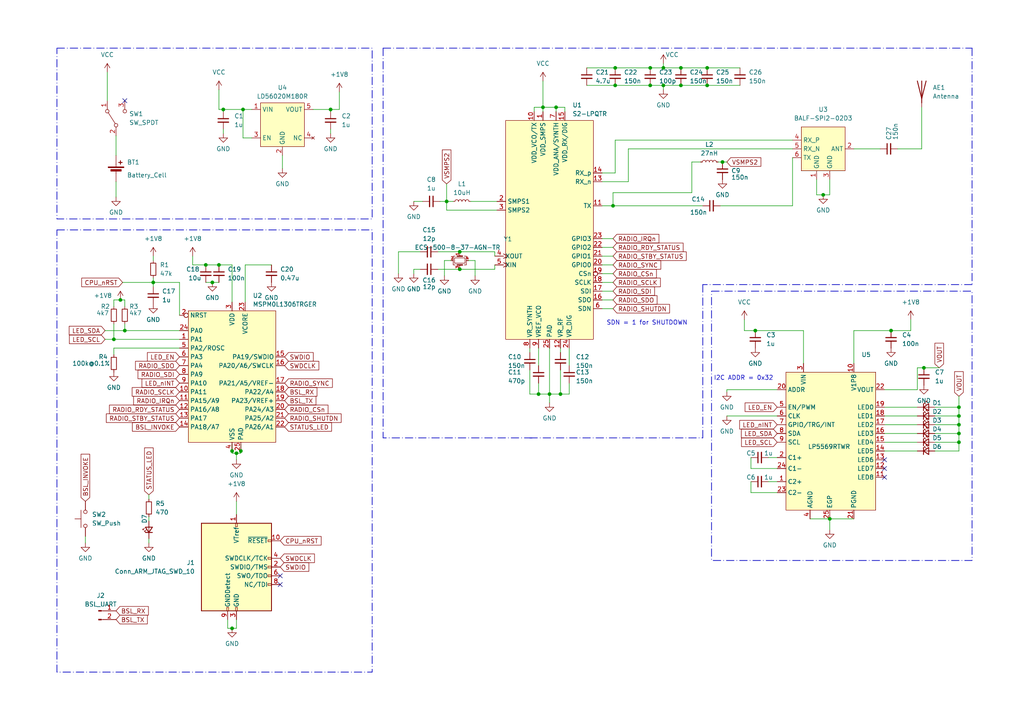
<source format=kicad_sch>
(kicad_sch (version 20230121) (generator eeschema)
  (paper "A4")
  (title_block (title "Radio Snowflake") (date "2023-11-18") (rev "V1.0") (company "Electrdonkey") (comment 1 "Solderpad Hardware License"))
  (junction (at 209.55 46.99))
  (junction (at 67.31 130.81))
  (junction (at 205.105 24.765))
  (junction (at 205.105 19.685))
  (junction (at 188.595 19.685))
  (junction (at 161.29 31.115))
  (junction (at 156.21 114.3))
  (junction (at 70.485 31.75))
  (junction (at 133.35 78.105))
  (junction (at 67.31 182.245))
  (junction (at 238.76 56.515))
  (junction (at 36.195 95.885))
  (junction (at 192.405 24.765))
  (junction (at 278.13 123.19))
  (junction (at 197.485 19.685))
  (junction (at 59.69 76.835))
  (junction (at 219.075 95.885))
  (junction (at 278.13 125.73))
  (junction (at 278.13 118.11))
  (junction (at 177.8 59.69))
  (junction (at 188.595 24.765))
  (junction (at 197.485 24.765))
  (junction (at 267.97 106.68))
  (junction (at 34.925 86.995))
  (junction (at 157.48 31.115))
  (junction (at 68.58 131.445))
  (junction (at 162.56 114.3))
  (junction (at 63.5 76.835))
  (junction (at 61.595 81.915))
  (junction (at 69.85 130.81))
  (junction (at 44.45 81.915))
  (junction (at 258.445 95.885))
  (junction (at 278.13 120.65))
  (junction (at 192.405 19.685))
  (junction (at 129.54 58.42))
  (junction (at 178.435 19.685))
  (junction (at 178.435 24.765))
  (junction (at 133.35 73.025))
  (junction (at 64.77 31.75))
  (junction (at 33.02 98.425))
  (junction (at 240.665 150.495))
  (junction (at 278.13 128.27))
  (junction (at 159.385 114.3))
  (junction (at 95.885 31.75))
  (no_connect (at 256.54 135.89))
  (no_connect (at 36.195 29.21))
  (no_connect (at 81.28 167.005))
  (no_connect (at 256.54 133.35))
  (no_connect (at 81.28 169.545))
  (no_connect (at 256.54 138.43))
  (wire (pts (xy 59.69 76.835) (xy 63.5 76.835)))
  (wire (pts (xy 197.485 19.685) (xy 205.105 19.685)))
  (wire (pts (xy 63.5 31.75) (xy 64.77 31.75)))
  (wire (pts (xy 210.82 113.665) (xy 210.82 113.03)))
  (wire (pts (xy 143.51 78.105) (xy 143.51 76.835)))
  (wire (pts (xy 61.595 81.915) (xy 63.5 81.915)))
  (wire (pts (xy 267.97 106.68) (xy 272.415 106.68)))
  (wire (pts (xy 64.77 31.75) (xy 64.77 32.385)))
  (wire (pts (xy 192.405 19.685) (xy 197.485 19.685)))
  (wire (pts (xy 67.31 130.81) (xy 67.31 131.445)))
  (wire (pts (xy 256.54 130.81) (xy 266.065 130.81)))
  (wire (pts (xy 67.31 87.63) (xy 67.31 76.835)))
  (wire (pts (xy 159.385 100.965) (xy 159.385 114.3)))
  (wire (pts (xy 264.16 92.71) (xy 264.16 95.885)))
  (wire (pts (xy 154.94 32.385) (xy 154.94 31.115)))
  (wire (pts (xy 133.35 78.105) (xy 143.51 78.105)))
  (wire (pts (xy 44.45 80.645) (xy 44.45 81.915)))
  (wire (pts (xy 115.57 73.025) (xy 115.57 79.375)))
  (wire (pts (xy 129.54 58.42) (xy 131.445 58.42)))
  (wire (pts (xy 260.35 43.18) (xy 267.335 43.18)))
  (wire (pts (xy 182.245 52.705) (xy 182.245 43.18)))
  (wire (pts (xy 233.045 95.885) (xy 233.045 105.41)))
  (wire (pts (xy 121.92 73.025) (xy 115.57 73.025)))
  (wire (pts (xy 163.83 32.385) (xy 163.83 31.115)))
  (wire (pts (xy 127 78.105) (xy 133.35 78.105)))
  (wire (pts (xy 278.13 120.65) (xy 278.13 123.19)))
  (wire (pts (xy 157.48 31.115) (xy 157.48 32.385)))
  (wire (pts (xy 90.805 31.75) (xy 95.885 31.75)))
  (polyline (pts (xy 111.125 127) (xy 111.76 127)) (stroke (width 0.2) (type dash_dot)))
  (polyline (pts (xy 281.94 82.55) (xy 203.835 82.55)) (stroke (width 0.2) (type dash_dot)))
  (wire (pts (xy 127 73.025) (xy 133.35 73.025)))
  (wire (pts (xy 266.065 106.68) (xy 267.97 106.68)))
  (wire (pts (xy 81.915 45.085) (xy 81.915 48.895)))
  (polyline (pts (xy 281.94 13.97) (xy 281.94 82.55)) (stroke (width 0.2) (type dash_dot)))
  (wire (pts (xy 130.81 75.565) (xy 128.905 75.565)))
  (wire (pts (xy 68.58 179.705) (xy 68.58 182.245)))
  (wire (pts (xy 178.435 40.64) (xy 229.87 40.64)))
  (wire (pts (xy 271.145 130.81) (xy 278.13 130.81)))
  (wire (pts (xy 267.335 31.115) (xy 267.335 43.18)))
  (wire (pts (xy 154.94 31.115) (xy 157.48 31.115)))
  (wire (pts (xy 205.105 24.765) (xy 214.63 24.765)))
  (wire (pts (xy 188.595 19.685) (xy 192.405 19.685)))
  (wire (pts (xy 247.65 105.41) (xy 247.65 95.885)))
  (wire (pts (xy 271.145 125.73) (xy 278.13 125.73)))
  (wire (pts (xy 177.8 59.69) (xy 203.835 59.69)))
  (wire (pts (xy 178.435 24.765) (xy 188.595 24.765)))
  (wire (pts (xy 229.87 59.69) (xy 229.87 45.72)))
  (wire (pts (xy 256.54 118.11) (xy 266.065 118.11)))
  (wire (pts (xy 137.795 75.565) (xy 137.795 80.01)))
  (polyline (pts (xy 154.305 127) (xy 111.76 127)) (stroke (width 0.2) (type dash_dot)))
  (wire (pts (xy 188.595 24.765) (xy 192.405 24.765)))
  (wire (pts (xy 256.54 125.73) (xy 266.065 125.73)))
  (polyline (pts (xy 111.125 13.97) (xy 281.94 13.97)) (stroke (width 0.2) (type dash_dot)))
  (wire (pts (xy 71.12 87.63) (xy 71.12 76.835)))
  (wire (pts (xy 55.88 76.835) (xy 59.69 76.835)))
  (wire (pts (xy 258.445 95.885) (xy 264.16 95.885)))
  (wire (pts (xy 30.48 95.885) (xy 36.195 95.885)))
  (wire (pts (xy 256.54 123.19) (xy 266.065 123.19)))
  (wire (pts (xy 165.1 114.3) (xy 165.1 111.125)))
  (wire (pts (xy 170.18 24.765) (xy 178.435 24.765)))
  (wire (pts (xy 266.065 113.03) (xy 266.065 106.68)))
  (wire (pts (xy 217.805 142.875) (xy 225.425 142.875)))
  (wire (pts (xy 159.385 114.3) (xy 156.21 114.3)))
  (wire (pts (xy 177.8 55.88) (xy 200.66 55.88)))
  (wire (pts (xy 247.65 95.885) (xy 258.445 95.885)))
  (wire (pts (xy 178.435 19.685) (xy 188.595 19.685)))
  (wire (pts (xy 217.805 135.89) (xy 225.425 135.89)))
  (wire (pts (xy 70.485 31.75) (xy 73.025 31.75)))
  (wire (pts (xy 174.625 59.69) (xy 177.8 59.69)))
  (wire (pts (xy 210.82 120.65) (xy 225.425 120.65)))
  (wire (pts (xy 31.115 20.955) (xy 31.115 29.21)))
  (wire (pts (xy 128.905 75.565) (xy 128.905 80.01)))
  (wire (pts (xy 68.58 145.415) (xy 68.58 149.225)))
  (wire (pts (xy 36.195 95.885) (xy 52.07 95.885)))
  (wire (pts (xy 162.56 114.3) (xy 165.1 114.3)))
  (wire (pts (xy 240.665 150.495) (xy 240.665 153.67)))
  (wire (pts (xy 73.025 40.005) (xy 70.485 40.005)))
  (wire (pts (xy 153.67 100.965) (xy 153.67 102.235)))
  (wire (pts (xy 63.5 26.035) (xy 63.5 31.75)))
  (wire (pts (xy 33.02 93.98) (xy 33.02 98.425)))
  (wire (pts (xy 34.925 86.995) (xy 36.195 86.995)))
  (wire (pts (xy 174.625 71.755) (xy 177.8 71.755)))
  (wire (pts (xy 36.195 93.98) (xy 36.195 95.885)))
  (wire (pts (xy 33.02 98.425) (xy 52.07 98.425)))
  (wire (pts (xy 222.885 132.715) (xy 225.425 132.715)))
  (wire (pts (xy 208.915 59.69) (xy 229.87 59.69)))
  (wire (pts (xy 95.885 37.465) (xy 95.885 38.735)))
  (wire (pts (xy 120.015 78.105) (xy 121.92 78.105)))
  (wire (pts (xy 215.9 92.71) (xy 215.9 95.885)))
  (wire (pts (xy 68.58 182.245) (xy 67.31 182.245)))
  (wire (pts (xy 238.76 56.515) (xy 240.665 56.515)))
  (wire (pts (xy 209.55 46.99) (xy 210.82 46.99)))
  (wire (pts (xy 271.145 123.19) (xy 278.13 123.19)))
  (wire (pts (xy 200.66 55.88) (xy 200.66 46.99)))
  (wire (pts (xy 170.18 19.685) (xy 178.435 19.685)))
  (wire (pts (xy 34.925 86.995) (xy 33.02 86.995)))
  (wire (pts (xy 24.765 157.48) (xy 24.765 155.575)))
  (wire (pts (xy 234.95 150.495) (xy 240.665 150.495)))
  (wire (pts (xy 52.07 81.915) (xy 52.07 91.44)))
  (wire (pts (xy 197.485 24.765) (xy 205.105 24.765)))
  (wire (pts (xy 210.82 113.03) (xy 225.425 113.03)))
  (wire (pts (xy 43.18 156.21) (xy 43.18 157.48)))
  (wire (pts (xy 157.48 23.495) (xy 157.48 31.115)))
  (wire (pts (xy 222.885 139.7) (xy 225.425 139.7)))
  (wire (pts (xy 71.12 76.835) (xy 78.74 76.835)))
  (wire (pts (xy 271.145 120.65) (xy 278.13 120.65)))
  (wire (pts (xy 278.13 114.935) (xy 278.13 118.11)))
  (wire (pts (xy 192.405 24.765) (xy 192.405 26.035)))
  (wire (pts (xy 208.28 46.99) (xy 209.55 46.99)))
  (wire (pts (xy 120.015 58.42) (xy 122.555 58.42)))
  (wire (pts (xy 144.145 60.96) (xy 129.54 60.96)))
  (wire (pts (xy 156.21 114.3) (xy 156.21 111.125)))
  (wire (pts (xy 70.485 40.005) (xy 70.485 31.75)))
  (wire (pts (xy 69.85 131.445) (xy 68.58 131.445)))
  (wire (pts (xy 95.885 31.75) (xy 95.885 32.385)))
  (wire (pts (xy 66.04 182.245) (xy 66.04 179.705)))
  (wire (pts (xy 67.31 128.905) (xy 67.31 130.81)))
  (polyline (pts (xy 203.835 82.55) (xy 203.835 127)) (stroke (width 0.2) (type dash_dot)))
  (wire (pts (xy 182.245 43.18) (xy 229.87 43.18)))
  (wire (pts (xy 129.54 60.96) (xy 129.54 58.42)))
  (wire (pts (xy 120.015 79.375) (xy 120.015 78.105)))
  (wire (pts (xy 278.13 123.19) (xy 278.13 125.73)))
  (wire (pts (xy 174.625 76.835) (xy 177.8 76.835)))
  (wire (pts (xy 162.56 100.965) (xy 162.56 102.235)))
  (wire (pts (xy 271.145 118.11) (xy 278.13 118.11)))
  (wire (pts (xy 69.85 130.81) (xy 69.85 131.445)))
  (wire (pts (xy 156.21 114.3) (xy 153.67 114.3)))
  (wire (pts (xy 163.83 31.115) (xy 161.29 31.115)))
  (wire (pts (xy 135.89 75.565) (xy 137.795 75.565)))
  (wire (pts (xy 174.625 81.915) (xy 177.8 81.915)))
  (wire (pts (xy 256.54 120.65) (xy 266.065 120.65)))
  (wire (pts (xy 278.13 128.27) (xy 278.13 130.81)))
  (wire (pts (xy 174.625 74.295) (xy 177.8 74.295)))
  (wire (pts (xy 33.655 39.37) (xy 33.655 45.085)))
  (wire (pts (xy 69.85 128.905) (xy 69.85 130.81)))
  (wire (pts (xy 240.665 150.495) (xy 247.65 150.495)))
  (wire (pts (xy 33.02 100.965) (xy 33.02 102.87)))
  (wire (pts (xy 174.625 84.455) (xy 177.8 84.455)))
  (wire (pts (xy 178.435 40.64) (xy 178.435 50.165)))
  (wire (pts (xy 192.405 24.765) (xy 197.485 24.765)))
  (wire (pts (xy 205.105 19.685) (xy 214.63 19.685)))
  (wire (pts (xy 182.245 52.705) (xy 174.625 52.705)))
  (wire (pts (xy 256.54 113.03) (xy 266.065 113.03)))
  (wire (pts (xy 200.66 46.99) (xy 203.2 46.99)))
  (wire (pts (xy 247.65 43.18) (xy 255.27 43.18)))
  (wire (pts (xy 278.13 125.73) (xy 278.13 128.27)))
  (wire (pts (xy 161.29 32.385) (xy 161.29 31.115)))
  (wire (pts (xy 44.45 81.915) (xy 52.07 81.915)))
  (wire (pts (xy 43.18 143.51) (xy 43.18 144.78)))
  (wire (pts (xy 98.425 26.67) (xy 98.425 31.75)))
  (wire (pts (xy 136.525 58.42) (xy 144.145 58.42)))
  (wire (pts (xy 36.195 86.995) (xy 36.195 88.9)))
  (wire (pts (xy 129.54 58.42) (xy 127.635 58.42)))
  (wire (pts (xy 174.625 50.165) (xy 178.435 50.165)))
  (wire (pts (xy 174.625 86.995) (xy 177.8 86.995)))
  (wire (pts (xy 240.665 56.515) (xy 240.665 52.07)))
  (wire (pts (xy 67.31 182.245) (xy 66.04 182.245)))
  (wire (pts (xy 219.075 95.885) (xy 233.045 95.885)))
  (wire (pts (xy 174.625 79.375) (xy 177.8 79.375)))
  (wire (pts (xy 238.76 56.515) (xy 236.855 56.515)))
  (wire (pts (xy 278.13 118.11) (xy 278.13 120.65)))
  (polyline (pts (xy 153.67 127) (xy 203.835 127)) (stroke (width 0.2) (type dash_dot)))
  (wire (pts (xy 217.805 139.7) (xy 217.805 142.875)))
  (wire (pts (xy 192.405 18.415) (xy 192.405 19.685)))
  (wire (pts (xy 35.56 81.915) (xy 44.45 81.915)))
  (wire (pts (xy 143.51 73.025) (xy 143.51 74.295)))
  (wire (pts (xy 67.31 131.445) (xy 68.58 131.445)))
  (wire (pts (xy 256.54 128.27) (xy 266.065 128.27)))
  (wire (pts (xy 59.69 81.915) (xy 61.595 81.915)))
  (wire (pts (xy 95.885 31.75) (xy 98.425 31.75)))
  (wire (pts (xy 30.48 98.425) (xy 33.02 98.425)))
  (wire (pts (xy 52.07 100.965) (xy 33.02 100.965)))
  (wire (pts (xy 129.54 53.34) (xy 129.54 58.42)))
  (wire (pts (xy 63.5 76.835) (xy 67.31 76.835)))
  (wire (pts (xy 236.855 56.515) (xy 236.855 52.07)))
  (wire (pts (xy 215.9 95.885) (xy 219.075 95.885)))
  (wire (pts (xy 271.145 128.27) (xy 278.13 128.27)))
  (wire (pts (xy 33.655 52.705) (xy 33.655 57.15)))
  (wire (pts (xy 55.88 74.295) (xy 55.88 76.835)))
  (polyline (pts (xy 111.125 13.97) (xy 111.125 127)) (stroke (width 0.2) (type dash_dot)))
  (wire (pts (xy 64.77 37.465) (xy 64.77 38.735)))
  (wire (pts (xy 161.29 31.115) (xy 157.48 31.115)))
  (wire (pts (xy 174.625 69.215) (xy 177.8 69.215)))
  (wire (pts (xy 64.77 31.75) (xy 70.485 31.75)))
  (wire (pts (xy 68.58 133.35) (xy 68.58 131.445)))
  (wire (pts (xy 43.18 149.86) (xy 43.18 151.13)))
  (wire (pts (xy 162.56 107.315) (xy 162.56 114.3)))
  (wire (pts (xy 153.67 114.3) (xy 153.67 107.315)))
  (wire (pts (xy 133.35 73.025) (xy 143.51 73.025)))
  (wire (pts (xy 156.21 100.965) (xy 156.21 106.045)))
  (wire (pts (xy 159.385 114.3) (xy 159.385 116.84)))
  (wire (pts (xy 174.625 89.535) (xy 177.8 89.535)))
  (wire (pts (xy 217.805 132.715) (xy 217.805 135.89)))
  (wire (pts (xy 159.385 114.3) (xy 162.56 114.3)))
  (wire (pts (xy 44.45 74.295) (xy 44.45 75.565)))
  (wire (pts (xy 165.1 100.965) (xy 165.1 106.045)))
  (wire (pts (xy 44.45 81.915) (xy 44.45 83.185)))
  (wire (pts (xy 33.02 86.995) (xy 33.02 88.9)))
  (wire (pts (xy 177.8 55.88) (xy 177.8 59.69)))
  (rectangle (start 16.51 66.675) (end 107.95 194.945) (stroke (width 0.2) (type dash_dot)))
  (rectangle (start 206.375 84.455) (end 281.94 162.56) (stroke (width 0.2) (type dash_dot)))
  (rectangle (start 16.51 13.97) (end 107.95 63.5) (stroke (width 0.2) (type dash_dot)))
  (text "I2C ADDR = 0x32\n" (at 207.01 110.49 0) (effects (font (size 1.27 1.27)) (justify left bottom)))
  (text "SDN = 1 for SHUTDOWN\n\n" (at 175.895 96.52 0) (effects (font (size 1.27 1.27)) (justify left bottom)))
  (global_label "BSL_TX" (shape input) (at 33.655 179.705 0) (property "Intersheetrefs" "${INTERSHEET_REFS}" (effects hide)))
  (global_label "LED_nINT" (shape input) (at 52.07 111.125 180) (property "Intersheetrefs" "${INTERSHEET_REFS}" (effects hide)))
  (global_label "BSL_RX" (shape input) (at 82.55 113.665 0) (property "Intersheetrefs" "${INTERSHEET_REFS}" (effects hide)))
  (global_label "RADIO_STBY_STATUS" (shape input) (at 177.8 74.295 0) (property "Intersheetrefs" "${INTERSHEET_REFS}" (effects hide)))
  (global_label "SWDIO" (shape input) (at 82.55 103.505 0) (property "Intersheetrefs" "${INTERSHEET_REFS}" (effects hide)))
  (global_label "SWDCLK" (shape input) (at 81.28 161.925 0) (property "Intersheetrefs" "${INTERSHEET_REFS}" (effects hide)))
  (global_label "BSL_TX" (shape input) (at 82.55 116.205 0) (property "Intersheetrefs" "${INTERSHEET_REFS}" (effects hide)))
  (global_label "CPU_nRST" (shape input) (at 35.56 81.915 180) (property "Intersheetrefs" "${INTERSHEET_REFS}" (effects hide)))
  (global_label "VOUT" (shape input) (at 278.13 114.935 90) (property "Intersheetrefs" "${INTERSHEET_REFS}" (effects hide)))
  (global_label "RADIO_SDO" (shape input) (at 177.8 86.995 0) (property "Intersheetrefs" "${INTERSHEET_REFS}" (effects hide)))
  (global_label "RADIO_SCLK" (shape input) (at 52.07 113.665 180) (property "Intersheetrefs" "${INTERSHEET_REFS}" (effects hide)))
  (global_label "BSL_INVOKE" (shape input) (at 24.765 145.415 90) (property "Intersheetrefs" "${INTERSHEET_REFS}" (effects hide)))
  (global_label "RADIO_SDI" (shape input) (at 52.07 108.585 180) (property "Intersheetrefs" "${INTERSHEET_REFS}" (effects hide)))
  (global_label "BSL_RX" (shape input) (at 33.655 177.165 0) (property "Intersheetrefs" "${INTERSHEET_REFS}" (effects hide)))
  (global_label "STATUS_LED" (shape input) (at 43.18 143.51 90) (property "Intersheetrefs" "${INTERSHEET_REFS}" (effects hide)))
  (global_label "RADIO_RDY_STATUS" (shape input) (at 52.07 118.745 180) (property "Intersheetrefs" "${INTERSHEET_REFS}" (effects hide)))
  (global_label "RADIO_SHUTDN" (shape input) (at 82.55 121.285 0) (property "Intersheetrefs" "${INTERSHEET_REFS}" (effects hide)))
  (global_label "LED_nINT" (shape input) (at 225.425 123.19 180) (property "Intersheetrefs" "${INTERSHEET_REFS}" (effects hide)))
  (global_label "LED_EN" (shape input) (at 52.07 103.505 180) (property "Intersheetrefs" "${INTERSHEET_REFS}" (effects hide)))
  (global_label "RADIO_IRQn" (shape input) (at 177.8 69.215 0) (property "Intersheetrefs" "${INTERSHEET_REFS}" (effects hide)))
  (global_label "RADIO_CSn" (shape input) (at 82.55 118.745 0) (property "Intersheetrefs" "${INTERSHEET_REFS}" (effects hide)))
  (global_label "VOUT" (shape input) (at 272.415 106.68 90) (property "Intersheetrefs" "${INTERSHEET_REFS}" (effects hide)))
  (global_label "RADIO_SCLK" (shape input) (at 177.8 81.915 0) (property "Intersheetrefs" "${INTERSHEET_REFS}" (effects hide)))
  (global_label "RADIO_STBY_STATUS" (shape input) (at 52.07 121.285 180) (property "Intersheetrefs" "${INTERSHEET_REFS}" (effects hide)))
  (global_label "LED_SDA" (shape input) (at 30.48 95.885 180) (property "Intersheetrefs" "${INTERSHEET_REFS}" (effects hide)))
  (global_label "LED_SDA" (shape input) (at 225.425 125.73 180) (property "Intersheetrefs" "${INTERSHEET_REFS}" (effects hide)))
  (global_label "RADIO_SHUTDN" (shape input) (at 177.8 89.535 0) (property "Intersheetrefs" "${INTERSHEET_REFS}" (effects hide)))
  (global_label "LED_SCL" (shape input) (at 30.48 98.425 180) (property "Intersheetrefs" "${INTERSHEET_REFS}" (effects hide)))
  (global_label "VSMPS2" (shape input) (at 210.82 46.99 0) (property "Intersheetrefs" "${INTERSHEET_REFS}" (effects hide)))
  (global_label "RADIO_IRQn" (shape input) (at 52.07 116.205 180) (property "Intersheetrefs" "${INTERSHEET_REFS}" (effects hide)))
  (global_label "RADIO_SDO" (shape input) (at 52.07 106.045 180) (property "Intersheetrefs" "${INTERSHEET_REFS}" (effects hide)))
  (global_label "SWDCLK" (shape input) (at 82.55 106.045 0) (property "Intersheetrefs" "${INTERSHEET_REFS}" (effects hide)))
  (global_label "VSMPS2" (shape input) (at 129.54 53.34 90) (property "Intersheetrefs" "${INTERSHEET_REFS}" (effects hide)))
  (global_label "RADIO_SYNC" (shape input) (at 82.55 111.125 0) (property "Intersheetrefs" "${INTERSHEET_REFS}" (effects hide)))
  (global_label "BSL_INVOKE" (shape input) (at 52.07 123.825 180) (property "Intersheetrefs" "${INTERSHEET_REFS}" (effects hide)))
  (global_label "RADIO_RDY_STATUS" (shape input) (at 177.8 71.755 0) (property "Intersheetrefs" "${INTERSHEET_REFS}" (effects hide)))
  (global_label "SWDIO" (shape input) (at 81.28 164.465 0) (property "Intersheetrefs" "${INTERSHEET_REFS}" (effects hide)))
  (global_label "RADIO_CSn" (shape input) (at 177.8 79.375 0) (property "Intersheetrefs" "${INTERSHEET_REFS}" (effects hide)))
  (global_label "RADIO_SYNC" (shape input) (at 177.8 76.835 0) (property "Intersheetrefs" "${INTERSHEET_REFS}" (effects hide)))
  (global_label "LED_EN" (shape input) (at 225.425 118.11 180) (property "Intersheetrefs" "${INTERSHEET_REFS}" (effects hide)))
  (global_label "LED_SCL" (shape input) (at 225.425 128.27 180) (property "Intersheetrefs" "${INTERSHEET_REFS}" (effects hide)))
  (global_label "CPU_nRST" (shape input) (at 81.28 156.845 0) (property "Intersheetrefs" "${INTERSHEET_REFS}" (effects hide)))
  (global_label "RADIO_SDI" (shape input) (at 177.8 84.455 0) (property "Intersheetrefs" "${INTERSHEET_REFS}" (effects hide)))
  (global_label "STATUS_LED" (shape input) (at 82.55 123.825 0) (property "Intersheetrefs" "${INTERSHEET_REFS}" (effects hide)))
  (symbol (lib_id "snowflake:S2-LPQTR") (at 159.385 66.675 0) (unit 1)
    (property "Reference" "U1" (at 166.0241 30.48 0) (effects (justify left)))
    (property "Value" "S2-LPQTR" (at 166.0241 33.02 0) (effects (justify left)))
    (property "Footprint" "Package_DFN_QFN:QFN-24-1EP_4x4mm_P0.5mm_EP2.7x2.7mm" (effects hide))
    (property "Datasheet" "https://ro.mouser.com/datasheet/2/389/s2_lp-1849895.pdf" (effects hide))
    (property "mfg" "S2-LPQTR" (effects hide))
    (property "Manufacturer" "ST" (effects hide))
  )
  (symbol (lib_id "power:+1V8") (at 34.925 86.995 0) (unit 1)
    (property "Reference" "#PWR031" (effects hide))
    (property "Value" "+1V8" (at 29.845 85.725 0))
  )
  (symbol (lib_id "Connector:Conn_ARM_JTAG_SWD_10") (at 68.58 164.465 0) (unit 1)
    (property "Reference" "J1" (at 56.515 163.195 0) (effects (justify right)))
    (property "Value" "Conn_ARM_JTAG_SWD_10" (at 56.515 165.735 0) (effects (justify right)))
    (property "Footprint" "Connector_PinHeader_1.27mm:PinHeader_2x05_P1.27mm_Vertical" (effects hide))
    (property "Datasheet" "http://infocenter.arm.com/help/topic/com.arm.doc.ddi0314h/DDI0314H_coresight_components_trm.pdf" (effects hide))
    (property "Manufacturer" "DNP" (effects hide))
    (property "mfg" "DNP" (effects hide))
  )
  (symbol (lib_id "power:GND") (at 159.385 116.84 0) (unit 1)
    (property "Reference" "#PWR020" (effects hide))
    (property "Value" "GND" (at 159.385 121.285 0))
  )
  (symbol (lib_id "power:GND") (at 210.82 120.65 0) (unit 1)
    (property "Reference" "#PWR013" (effects hide))
    (property "Value" "GND" (at 210.82 125.095 0))
  )
  (symbol (lib_id "Connector:Conn_01x02_Pin") (at 28.575 177.165 0) (unit 1)
    (property "Reference" "J2" (at 29.21 172.72 0))
    (property "Value" "BSL_UART" (at 29.21 175.26 0))
    (property "Footprint" "Connector_PinHeader_1.27mm:PinHeader_1x02_P1.27mm_Vertical" (effects hide))
    (property "Manufacturer" "DNP" (effects hide))
    (property "mfg" "DNP" (effects hide))
  )
  (symbol (lib_id "power:GND") (at 219.075 100.965 0) (unit 1)
    (property "Reference" "#PWR09" (effects hide))
    (property "Value" "GND" (at 219.075 105.41 0))
  )
  (symbol (lib_id "power:GND") (at 95.885 38.735 0) (unit 1)
    (property "Reference" "#PWR04" (effects hide))
    (property "Value" "GND" (at 95.885 43.18 0))
  )
  (symbol (lib_id "power:GND") (at 81.915 48.895 0) (unit 1)
    (property "Reference" "#PWR02" (effects hide))
    (property "Value" "GND" (at 81.915 53.34 0))
  )
  (symbol (lib_id "Device:C_Small") (at 125.095 58.42 270) (unit 1)
    (property "Reference" "C8" (at 125.0886 52.07 90))
    (property "Value" "1u" (at 125.0886 54.61 90))
    (property "Footprint" "Capacitor_SMD:C_0603_1608Metric_Pad1.08x0.95mm_HandSolder" (effects hide))
    (property "mfg" "C0603C105K9PAC" (effects hide))
    (property "Manufacturer" "KEMET" (effects hide))
  )
  (symbol (lib_id "Device:C_Small") (at 153.67 104.775 0) (unit 1)
    (property "Reference" "C10" (at 147.32 103.4987 0) (effects (justify left)))
    (property "Value" "150n" (at 147.32 106.045 0) (effects (justify left)))
    (property "Footprint" "Capacitor_SMD:C_0603_1608Metric_Pad1.08x0.95mm_HandSolder" (effects hide))
    (property "mfg" "CGA3E2X7R1E154K" (effects hide))
    (property "Manufacturer" "TDK" (effects hide))
  )
  (symbol (lib_id "power:GND") (at 24.765 157.48 0) (unit 1)
    (property "Reference" "#PWR039" (effects hide))
    (property "Value" "GND" (at 24.765 161.925 0))
  )
  (symbol (lib_id "power:GND") (at 44.45 88.265 0) (unit 1)
    (property "Reference" "#PWR026" (effects hide))
    (property "Value" "GND" (at 44.45 92.71 0))
  )
  (symbol (lib_id "Device:C_Small") (at 220.345 132.715 90) (unit 1)
    (property "Reference" "C5" (at 217.805 131.445 90))
    (property "Value" "1u" (at 222.885 131.445 90))
    (property "Footprint" "Capacitor_SMD:C_0603_1608Metric_Pad1.08x0.95mm_HandSolder" (effects hide))
    (property "mfg" "C0603C105K9PAC" (effects hide))
    (property "Manufacturer" "KEMET" (effects hide))
  )
  (symbol (lib_id "Device:LED_Small") (at 268.605 125.73 0) (unit 1)
    (property "Reference" "D4" (at 271.78 124.46 0))
    (property "Value" "LED" (effects hide))
    (property "Footprint" "LED_SMD:LED_1206_3216Metric_Pad1.42x1.75mm_HandSolder" (effects hide))
    (property "mfg" "HSMY-C150" (effects hide))
    (property "Manufacturer" "Broadcom" (effects hide))
  )
  (symbol (lib_id "Device:C_Small") (at 257.81 43.18 90) (unit 1)
    (property "Reference" "C27" (at 257.81 40.64 0) (effects (justify left)))
    (property "Value" "150n" (at 259.715 40.64 0) (effects (justify left)))
    (property "Footprint" "Capacitor_SMD:C_0603_1608Metric_Pad1.08x0.95mm_HandSolder" (effects hide))
    (property "mfg" "CGA3E2X7R1E154K" (effects hide))
    (property "Manufacturer" "TDK" (effects hide))
  )
  (symbol (lib_id "power:GND") (at 267.97 111.76 0) (unit 1)
    (property "Reference" "#PWR015" (effects hide))
    (property "Value" "GND" (at 267.97 116.205 0))
  )
  (symbol (lib_id "Device:C_Small") (at 188.595 22.225 0) (unit 1)
    (property "Reference" "C23" (at 191.135 20.9613 0) (effects (justify left)))
    (property "Value" "100p" (at 191.135 23.5013 0) (effects (justify left)))
    (property "Footprint" "Capacitor_SMD:C_0603_1608Metric_Pad1.08x0.95mm_HandSolder" (effects hide))
    (property "mfg" "C0603C101M4HACTU" (effects hide))
    (property "Manufacturer" "KEMET" (effects hide))
  )
  (symbol (lib_id "power:GND") (at 33.02 107.95 0) (unit 1)
    (property "Reference" "#PWR032" (effects hide))
    (property "Value" "GND" (at 33.02 112.395 0))
  )
  (symbol (lib_id "Device:C_Small") (at 258.445 98.425 0) (unit 1)
    (property "Reference" "C4" (at 261.62 97.1613 0) (effects (justify left)))
    (property "Value" "100n" (at 261.62 99.7013 0) (effects (justify left)))
    (property "Footprint" "Capacitor_SMD:C_0603_1608Metric_Pad1.08x0.95mm_HandSolder" (effects hide))
    (property "mfg" "CGA3E2X7R1H104MA" (effects hide))
    (property "Manufacturer" "TDK" (effects hide))
  )
  (symbol (lib_id "power:GND") (at 33.655 57.15 0) (unit 1)
    (property "Reference" "#PWR06" (effects hide))
    (property "Value" "GND" (at 33.655 61.595 0))
  )
  (symbol (lib_id "Device:C_Small") (at 162.56 104.775 0) (unit 1)
    (property "Reference" "C12" (at 167.005 103.505 0) (effects (justify left)))
    (property "Value" "150n" (at 167.005 106.045 0) (effects (justify left)))
    (property "Footprint" "Capacitor_SMD:C_0603_1608Metric_Pad1.08x0.95mm_HandSolder" (effects hide))
    (property "mfg" "CGA3E2X7R1E154K" (effects hide))
    (property "Manufacturer" "TDK" (effects hide))
  )
  (symbol (lib_id "Device:C_Small") (at 124.46 78.105 270) (unit 1)
    (property "Reference" "C16" (at 124.46 81.28 90))
    (property "Value" "12p" (at 124.46 83.185 90))
    (property "Footprint" "Capacitor_SMD:C_0603_1608Metric_Pad1.08x0.95mm_HandSolder" (effects hide))
    (property "mfg" "AC0603JRNP9BN120" (effects hide))
    (property "Manufacturer" "YAGEO" (effects hide))
  )
  (symbol (lib_id "power:VCC") (at 215.9 92.71 0) (unit 1)
    (property "Reference" "#PWR08" (effects hide))
    (property "Value" "VCC" (at 215.9 87.63 0))
  )
  (symbol (lib_id "power:GND") (at 137.795 80.01 0) (unit 1)
    (property "Reference" "#PWR023" (effects hide))
    (property "Value" "GND" (at 137.795 84.455 0))
  )
  (symbol (lib_id "Device:C_Small") (at 214.63 22.225 0) (unit 1)
    (property "Reference" "C26" (at 217.17 20.9613 0) (effects (justify left)))
    (property "Value" "150n" (at 217.17 23.5013 0) (effects (justify left)))
    (property "Footprint" "Capacitor_SMD:C_0603_1608Metric_Pad1.08x0.95mm_HandSolder" (effects hide))
    (property "mfg" "CGA3E2X7R1E154K" (effects hide))
    (property "Manufacturer" "TDK" (effects hide))
  )
  (symbol (lib_id "Device:LED_Small") (at 268.605 128.27 0) (unit 1)
    (property "Reference" "D5" (at 271.78 127 0))
    (property "Value" "LED" (effects hide))
    (property "Footprint" "LED_SMD:LED_1206_3216Metric_Pad1.42x1.75mm_HandSolder" (effects hide))
    (property "mfg" "HSMY-C150" (effects hide))
    (property "Manufacturer" "Broadcom" (effects hide))
  )
  (symbol (lib_id "power:VCC") (at 157.48 23.495 0) (unit 1)
    (property "Reference" "#PWR019" (effects hide))
    (property "Value" "VCC" (at 157.48 18.415 0))
  )
  (symbol (lib_id "power:GND") (at 120.015 58.42 0) (unit 1)
    (property "Reference" "#PWR018" (effects hide))
    (property "Value" "GND" (at 120.015 62.865 0))
  )
  (symbol (lib_id "power:GND") (at 258.445 100.965 0) (unit 1)
    (property "Reference" "#PWR011" (effects hide))
    (property "Value" "GND" (at 258.445 105.41 0))
  )
  (symbol (lib_id "Device:LED_Small") (at 268.605 118.11 0) (unit 1)
    (property "Reference" "D1" (at 271.78 116.84 0))
    (property "Value" "LED" (effects hide))
    (property "Footprint" "LED_SMD:LED_1206_3216Metric_Pad1.42x1.75mm_HandSolder" (effects hide))
    (property "mfg" "HSMY-C150" (effects hide))
    (property "Manufacturer" "Broadcom" (effects hide))
  )
  (symbol (lib_id "power:GND") (at 240.665 153.67 0) (unit 1)
    (property "Reference" "#PWR014" (effects hide))
    (property "Value" "GND" (at 240.665 158.115 0))
  )
  (symbol (lib_id "Device:C_Small") (at 267.97 109.22 0) (unit 1)
    (property "Reference" "C7" (at 271.145 107.9563 0) (effects (justify left)))
    (property "Value" "1u" (at 271.145 110.4963 0) (effects (justify left)))
    (property "Footprint" "Capacitor_SMD:C_0603_1608Metric_Pad1.08x0.95mm_HandSolder" (effects hide))
    (property "mfg" "C0603C105K9PAC" (effects hide))
    (property "Manufacturer" "KEMET" (effects hide))
  )
  (symbol (lib_id "power:GND") (at 209.55 52.07 0) (unit 1)
    (property "Reference" "#PWR036" (effects hide))
    (property "Value" "GND" (at 209.55 56.515 0))
  )
  (symbol (lib_id "Device:Crystal_GND24_Small") (at 133.35 75.565 270) (unit 1)
    (property "Reference" "Y1" (at 147.32 69.3353 90))
    (property "Value" "ECS-500-8-37-AGN-TR" (at 132.715 71.755 90))
    (property "Footprint" "Crystal:Crystal_SMD_2016-4Pin_2.0x1.6mm" (effects hide))
    (property "Datasheet" "https://ro.mouser.com/datasheet/2/122/ecx_1637-12794.pdf" (effects hide))
    (property "mfg" "ECS-500-8-37-AGN-TR" (effects hide))
    (property "Manufacturer" "ECS Inc." (effects hide))
  )
  (symbol (lib_id "Device:C_Small") (at 63.5 79.375 0) (unit 1)
    (property "Reference" "C19" (at 66.04 78.1113 0) (effects (justify left)))
    (property "Value" "100n" (at 66.04 80.6513 0) (effects (justify left)))
    (property "Footprint" "Capacitor_SMD:C_0603_1608Metric_Pad1.08x0.95mm_HandSolder" (effects hide))
    (property "mfg" "CGA3E2X7R1H104MA" (effects hide))
    (property "Manufacturer" "TDK" (effects hide))
  )
  (symbol (lib_id "power:GND") (at 128.905 80.01 0) (unit 1)
    (property "Reference" "#PWR022" (effects hide))
    (property "Value" "GND" (at 128.905 84.455 0))
  )
  (symbol (lib_id "power:GND") (at 192.405 26.035 0) (unit 1)
    (property "Reference" "#PWR038" (effects hide))
    (property "Value" "GND" (at 192.405 30.48 0))
  )
  (symbol (lib_id "Device:R_Small") (at 44.45 78.105 0) (unit 1)
    (property "Reference" "R1" (at 46.355 76.835 0) (effects (justify left)))
    (property "Value" "47k" (at 46.355 79.375 0) (effects (justify left)))
    (property "Footprint" "Resistor_SMD:R_0603_1608Metric_Pad0.98x0.95mm_HandSolder" (effects hide))
    (property "Manufacturer" "YAGEO" (effects hide))
    (property "mfg" "AC0603FR-1347KL" (effects hide))
  )
  (symbol (lib_id "Device:C_Small") (at 205.105 22.225 0) (unit 1)
    (property "Reference" "C25" (at 207.645 20.9613 0) (effects (justify left)))
    (property "Value" "150n" (at 207.645 23.5013 0) (effects (justify left)))
    (property "Footprint" "Capacitor_SMD:C_0603_1608Metric_Pad1.08x0.95mm_HandSolder" (effects hide))
    (property "mfg" "CGA3E2X7R1E154K" (effects hide))
    (property "Manufacturer" "TDK" (effects hide))
  )
  (symbol (lib_id "Device:C_Small") (at 124.46 73.025 270) (unit 1)
    (property "Reference" "C15" (at 124.4536 66.675 90))
    (property "Value" "12p" (at 124.4536 69.215 90))
    (property "Footprint" "Capacitor_SMD:C_0603_1608Metric_Pad1.08x0.95mm_HandSolder" (effects hide))
    (property "mfg" "AC0603JRNP9BN120" (effects hide))
    (property "Manufacturer" "YAGEO" (effects hide))
  )
  (symbol (lib_id "Device:C_Small") (at 95.885 34.925 0) (unit 1)
    (property "Reference" "C2" (at 99.06 33.6613 0) (effects (justify left)))
    (property "Value" "1u" (at 99.06 36.2013 0) (effects (justify left)))
    (property "Footprint" "Capacitor_SMD:C_0603_1608Metric_Pad1.08x0.95mm_HandSolder" (effects hide))
    (property "mfg" "C0603C105K9PAC" (effects hide))
    (property "Manufacturer" "KEMET" (effects hide))
  )
  (symbol (lib_id "Device:R_Small") (at 33.02 91.44 0) (unit 1)
    (property "Reference" "R2" (at 29.21 88.9 0) (effects (justify left)))
    (property "Value" "4k7" (at 27.94 90.805 0) (effects (justify left)))
    (property "Footprint" "Resistor_SMD:R_0603_1608Metric_Pad0.98x0.95mm_HandSolder" (effects hide))
    (property "Manufacturer" "Panasonic" (effects hide))
    (property "mfg" "ERJ-PA3J472V" (effects hide))
  )
  (symbol (lib_id "Device:C_Small") (at 78.74 79.375 0) (unit 1)
    (property "Reference" "C20" (at 81.28 78.1113 0) (effects (justify left)))
    (property "Value" "0.47u" (at 81.28 80.6513 0) (effects (justify left)))
    (property "Footprint" "Capacitor_SMD:C_0603_1608Metric_Pad1.08x0.95mm_HandSolder" (effects hide))
    (property "mfg" "C1608X5R1C474K" (effects hide))
    (property "Manufacturer" "TDK" (effects hide))
  )
  (symbol (lib_id "Device:Antenna") (at 267.335 26.035 0) (unit 1)
    (property "Reference" "AE1" (at 270.51 25.4 0) (effects (justify left)))
    (property "Value" "Antenna" (at 270.51 27.94 0) (effects (justify left)))
    (property "Footprint" "snowflake:ANT-418-HETH" (effects hide))
    (property "Manufacturer" "DNP" (effects hide))
    (property "mfg" "DNP" (effects hide))
  )
  (symbol (lib_id "power:GND") (at 67.31 182.245 0) (unit 1)
    (property "Reference" "#PWR017" (effects hide))
    (property "Value" "GND" (at 67.31 186.69 0))
  )
  (symbol (lib_id "Switch:SW_SPDT") (at 33.655 34.29 90) (unit 1)
    (property "Reference" "SW1" (at 37.465 33.02 90) (effects (justify right)))
    (property "Value" "SW_SPDT" (at 37.465 35.56 90) (effects (justify right)))
    (property "Footprint" "Button_Switch_SMD:SW_SPDT_PCM12" (effects hide))
    (property "mfg" "PCM12SMTR" (effects hide))
    (property "Manufacturer" "C&K" (effects hide))
  )
  (symbol (lib_id "power:+1V8") (at 55.88 74.295 0) (unit 1)
    (property "Reference" "#PWR029" (effects hide))
    (property "Value" "+1V8" (at 55.88 69.215 0))
  )
  (symbol (lib_id "Device:C_Small") (at 206.375 59.69 90) (unit 1)
    (property "Reference" "C14" (at 204.47 57.785 90) (effects (justify left)))
    (property "Value" "150n" (at 205.105 61.595 90) (effects (justify left)))
    (property "Footprint" "Capacitor_SMD:C_0603_1608Metric_Pad1.08x0.95mm_HandSolder" (effects hide))
    (property "mfg" "CGA3E2X7R1E154K" (effects hide))
    (property "Manufacturer" "TDK" (effects hide))
  )
  (symbol (lib_id "Device:L_Small") (at 205.74 46.99 90) (unit 1)
    (property "Reference" "L2" (at 205.74 41.91 90))
    (property "Value" "27nH" (at 205.74 44.45 90))
    (property "Footprint" "Inductor_SMD:L_0603_1608Metric_Pad1.05x0.95mm_HandSolder" (effects hide))
    (property "mfg" "L-14C27NJV4T" (effects hide))
    (property "Manufacturer" "Johanson" (effects hide))
  )
  (symbol (lib_id "snowflake:LP5569RTWR") (at 240.665 128.27 0) (unit 1)
    (property "Reference" "U5" (at 249.8441 102.87 0) (effects (justify left)))
    (property "Value" "LP5569RTWR" (at 234.315 129.54 0) (effects (justify left)))
    (property "Footprint" "Package_DFN_QFN:WQFN-24-1EP_4x4mm_P0.5mm_EP2.6x2.6mm" (effects hide))
    (property "Datasheet" "https://www.ti.com/lit/ds/symlink/lp5569.pdf" (effects hide))
    (property "mfg" "LP5569RTWR" (effects hide))
    (property "Manufacturer" "TI" (effects hide))
  )
  (symbol (lib_id "Device:R_Small") (at 43.18 147.32 0) (unit 1)
    (property "Reference" "R5" (at 45.085 146.05 0) (effects (justify left)))
    (property "Value" "470" (at 45.085 148.59 0) (effects (justify left)))
    (property "Footprint" "Resistor_SMD:R_0603_1608Metric_Pad0.98x0.95mm_HandSolder" (effects hide))
    (property "Manufacturer" "Panasonic" (effects hide))
    (property "mfg" "ERJ-3GEYJ471V" (effects hide))
  )
  (symbol (lib_id "Switch:SW_Push") (at 24.765 150.495 90) (unit 1)
    (property "Reference" "SW2" (at 26.67 149.225 90) (effects (justify right)))
    (property "Value" "SW_Push" (at 26.67 151.765 90) (effects (justify right)))
    (property "Footprint" "Button_Switch_SMD:SW_SPST_Omron_B3FS-100xP" (effects hide))
    (property "mfg" "B3FS-1000P" (effects hide))
    (property "Manufacturer" "Omron" (effects hide))
  )
  (symbol (lib_id "power:GND") (at 43.18 157.48 0) (unit 1)
    (property "Reference" "#PWR040" (effects hide))
    (property "Value" "GND" (at 43.18 161.925 0))
  )
  (symbol (lib_id "power:GND") (at 210.82 113.665 0) (unit 1)
    (property "Reference" "#PWR012" (effects hide))
    (property "Value" "GND" (at 210.82 118.11 0))
  )
  (symbol (lib_id "Device:L_Small") (at 133.985 58.42 90) (unit 1)
    (property "Reference" "L1" (at 133.985 53.34 90))
    (property "Value" "10uH" (at 133.985 55.88 90))
    (property "Footprint" "Inductor_SMD:L_0603_1608Metric_Pad1.05x0.95mm_HandSolder" (effects hide))
    (property "mfg" "MLZ1608E100MT" (effects hide))
    (property "Manufacturer" "TDK" (effects hide))
  )
  (symbol (lib_id "power:VCC") (at 31.115 20.955 0) (unit 1)
    (property "Reference" "#PWR07" (effects hide))
    (property "Value" "VCC" (at 31.115 15.875 0))
  )
  (symbol (lib_id "snowflake:MSPM0L1306TRGER") (at 67.31 109.22 0) (unit 1)
    (property "Reference" "U2" (at 73.3141 85.725 0) (effects (justify left)))
    (property "Value" "MSPM0L1306TRGER" (at 73.3141 88.265 0) (effects (justify left)))
    (property "Footprint" "Package_DFN_QFN:Texas_RGE0024C_EP2.1x2.1mm" (effects hide))
    (property "Datasheet" "https://www.ti.com/lit/ds/symlink/mspm0l1306.pdf" (effects hide))
    (property "mfg" "MSPM0L1306TRGER" (effects hide))
    (property "Manufacturer" "TI" (effects hide))
  )
  (symbol (lib_id "power:GND") (at 238.76 56.515 0) (unit 1)
    (property "Reference" "#PWR021" (effects hide))
    (property "Value" "GND" (at 238.76 60.96 0))
  )
  (symbol (lib_id "Device:LED_Small") (at 268.605 123.19 0) (unit 1)
    (property "Reference" "D3" (at 271.78 121.92 0))
    (property "Value" "LED" (effects hide))
    (property "Footprint" "LED_SMD:LED_1206_3216Metric_Pad1.42x1.75mm_HandSolder" (effects hide))
    (property "mfg" "HSMY-C150" (effects hide))
    (property "Manufacturer" "Broadcom" (effects hide))
  )
  (symbol (lib_id "power:GND") (at 68.58 133.35 0) (unit 1)
    (property "Reference" "#PWR033" (effects hide))
    (property "Value" "GND" (at 68.58 137.795 0))
  )
  (symbol (lib_id "Device:C_Small") (at 220.345 139.7 90) (unit 1)
    (property "Reference" "C6" (at 217.805 138.43 90))
    (property "Value" "1u" (at 222.885 138.43 90))
    (property "Footprint" "Capacitor_SMD:C_0603_1608Metric_Pad1.08x0.95mm_HandSolder" (effects hide))
    (property "mfg" "C0603C105K9PAC" (effects hide))
    (property "Manufacturer" "KEMET" (effects hide))
  )
  (symbol (lib_id "power:VCC") (at 192.405 18.415 0) (unit 1)
    (property "Reference" "#PWR037" (effects hide))
    (property "Value" "VCC" (at 194.945 15.875 0))
  )
  (symbol (lib_id "power:GND") (at 64.77 38.735 0) (unit 1)
    (property "Reference" "#PWR03" (effects hide))
    (property "Value" "GND" (at 64.77 43.18 0))
  )
  (symbol (lib_id "power:+1V8") (at 264.16 92.71 0) (unit 1)
    (property "Reference" "#PWR010" (effects hide))
    (property "Value" "+1V8" (at 264.16 87.63 0))
  )
  (symbol (lib_id "power:GND") (at 115.57 79.375 0) (unit 1)
    (property "Reference" "#PWR025" (effects hide))
    (property "Value" "GND" (at 115.57 83.82 0))
  )
  (symbol (lib_id "power:GND") (at 78.74 81.915 0) (unit 1)
    (property "Reference" "#PWR030" (effects hide))
    (property "Value" "GND" (at 78.74 86.36 0))
  )
  (symbol (lib_id "Device:LED_Small") (at 268.605 130.81 0) (unit 1)
    (property "Reference" "D6" (at 271.78 129.54 0))
    (property "Value" "LED" (effects hide))
    (property "Footprint" "LED_SMD:LED_1206_3216Metric_Pad1.42x1.75mm_HandSolder" (effects hide))
    (property "mfg" "HSMY-C150" (effects hide))
    (property "Manufacturer" "Broadcom" (effects hide))
  )
  (symbol (lib_id "snowflake:LD56020M180R") (at 81.915 36.195 0) (unit 1)
    (property "Reference" "U4" (at 81.915 25.4 0))
    (property "Value" "LD56020M180R" (at 81.915 27.94 0))
    (property "Footprint" "Package_TO_SOT_SMD:SOT-23-5_HandSoldering" (effects hide))
    (property "Datasheet" "https://ro.mouser.com/datasheet/2/389/ld56020-2935645.pdf" (effects hide))
    (property "mfg" "LD56020M180R" (effects hide))
    (property "Manufacturer" "ST" (effects hide))
  )
  (symbol (lib_id "Device:C_Small") (at 209.55 49.53 0) (unit 1)
    (property "Reference" "C9" (at 212.09 49.53 0) (effects (justify left)))
    (property "Value" "150n" (at 212.09 51.435 0) (effects (justify left)))
    (property "Footprint" "Capacitor_SMD:C_0603_1608Metric_Pad1.08x0.95mm_HandSolder" (effects hide))
    (property "mfg" "CGA3E2X7R1E154K" (effects hide))
    (property "Manufacturer" "TDK" (effects hide))
  )
  (symbol (lib_id "Device:C_Small") (at 219.075 98.425 0) (unit 1)
    (property "Reference" "C3" (at 222.25 97.1613 0) (effects (justify left)))
    (property "Value" "1u" (at 222.25 99.7013 0) (effects (justify left)))
    (property "Footprint" "Capacitor_SMD:C_0603_1608Metric_Pad1.08x0.95mm_HandSolder" (effects hide))
    (property "mfg" "C0603C105K9PAC" (effects hide))
    (property "Manufacturer" "KEMET" (effects hide))
  )
  (symbol (lib_id "Device:R_Small") (at 36.195 91.44 0) (unit 1)
    (property "Reference" "R3" (at 37.465 88.9 0) (effects (justify left)))
    (property "Value" "4k7" (at 37.465 90.805 0) (effects (justify left)))
    (property "Footprint" "Resistor_SMD:R_0603_1608Metric_Pad0.98x0.95mm_HandSolder" (effects hide))
    (property "Manufacturer" "Panasonic" (effects hide))
    (property "mfg" "ERJ-PA3J472V" (effects hide))
  )
  (symbol (lib_id "Device:C_Small") (at 64.77 34.925 0) (unit 1)
    (property "Reference" "C1" (at 67.945 33.6613 0) (effects (justify left)))
    (property "Value" "1u" (at 67.945 36.2013 0) (effects (justify left)))
    (property "Footprint" "Capacitor_SMD:C_0603_1608Metric_Pad1.08x0.95mm_HandSolder" (effects hide))
    (property "mfg" "C0603C105K9PAC" (effects hide))
    (property "Manufacturer" "KEMET" (effects hide))
  )
  (symbol (lib_id "Device:C_Small") (at 44.45 85.725 0) (unit 1)
    (property "Reference" "C17" (at 46.99 84.4613 0) (effects (justify left)))
    (property "Value" "1u" (at 46.99 87.0013 0) (effects (justify left)))
    (property "Footprint" "Capacitor_SMD:C_0603_1608Metric_Pad1.08x0.95mm_HandSolder" (effects hide))
    (property "mfg" "C0603C105K9PAC" (effects hide))
    (property "Manufacturer" "KEMET" (effects hide))
  )
  (symbol (lib_id "Device:LED_Small") (at 43.18 153.67 90) (unit 1)
    (property "Reference" "D7" (at 41.91 150.495 0))
    (property "Value" "LED" (effects hide))
    (property "Footprint" "LED_SMD:LED_1206_3216Metric_Pad1.42x1.75mm_HandSolder" (effects hide))
    (property "mfg" "HSMY-C150" (effects hide))
    (property "Manufacturer" "Broadcom" (effects hide))
  )
  (symbol (lib_id "Device:C_Small") (at 170.18 22.225 0) (unit 1)
    (property "Reference" "C21" (at 172.72 20.9613 0) (effects (justify left)))
    (property "Value" "4.7u" (at 172.72 23.5013 0) (effects (justify left)))
    (property "Footprint" "Capacitor_SMD:C_0603_1608Metric_Pad1.08x0.95mm_HandSolder" (effects hide))
    (property "mfg" "CL10A475KQ8NNWC" (effects hide))
    (property "Manufacturer" "Samsung" (effects hide))
  )
  (symbol (lib_id "power:VCC") (at 63.5 26.035 0) (unit 1)
    (property "Reference" "#PWR01" (effects hide))
    (property "Value" "VCC" (at 63.5 20.955 0))
  )
  (symbol (lib_id "power:+1V8") (at 98.425 26.67 0) (unit 1)
    (property "Reference" "#PWR05" (effects hide))
    (property "Value" "+1V8" (at 98.425 21.59 0))
  )
  (symbol (lib_id "power:GND") (at 120.015 79.375 0) (unit 1)
    (property "Reference" "#PWR024" (effects hide))
    (property "Value" "GND" (at 120.015 83.82 0))
  )
  (symbol (lib_id "Device:C_Small") (at 59.69 79.375 0) (unit 1)
    (property "Reference" "C18" (at 53.975 78.105 0) (effects (justify left)))
    (property "Value" "10u" (at 54.61 80.645 0) (effects (justify left)))
    (property "Footprint" "Capacitor_SMD:C_0603_1608Metric_Pad1.08x0.95mm_HandSolder" (effects hide))
    (property "mfg" "CL10A106MQ8NNND" (effects hide))
    (property "Manufacturer" "Samsung" (effects hide))
  )
  (symbol (lib_id "Device:C_Small") (at 197.485 22.225 0) (unit 1)
    (property "Reference" "C24" (at 200.025 20.9613 0) (effects (justify left)))
    (property "Value" "150n" (at 200.025 23.5013 0) (effects (justify left)))
    (property "Footprint" "Capacitor_SMD:C_0603_1608Metric_Pad1.08x0.95mm_HandSolder" (effects hide))
    (property "mfg" "CGA3E2X7R1E154K" (effects hide))
    (property "Manufacturer" "TDK" (effects hide))
  )
  (symbol (lib_id "Device:C_Small") (at 178.435 22.225 0) (unit 1)
    (property "Reference" "C22" (at 180.975 20.9613 0) (effects (justify left)))
    (property "Value" "150n" (at 180.975 23.5013 0) (effects (justify left)))
    (property "Footprint" "Capacitor_SMD:C_0603_1608Metric_Pad1.08x0.95mm_HandSolder" (effects hide))
    (property "mfg" "CGA3E2X7R1E154K" (effects hide))
    (property "Manufacturer" "TDK" (effects hide))
  )
  (symbol (lib_id "Device:LED_Small") (at 268.605 120.65 0) (unit 1)
    (property "Reference" "D2" (at 271.78 119.38 0))
    (property "Value" "LED" (effects hide))
    (property "Footprint" "LED_SMD:LED_1206_3216Metric_Pad1.42x1.75mm_HandSolder" (effects hide))
    (property "mfg" "HSMY-C150" (effects hide))
    (property "Manufacturer" "Broadcom" (effects hide))
  )
  (symbol (lib_id "Device:C_Small") (at 156.21 108.585 0) (unit 1)
    (property "Reference" "C11" (at 147.32 107.95 0) (effects (justify left)))
    (property "Value" "470p" (at 147.32 110.49 0) (effects (justify left)))
    (property "Footprint" "Capacitor_SMD:C_0603_1608Metric_Pad1.08x0.95mm_HandSolder" (effects hide))
    (property "mfg" "CL10C471JB81PNC" (effects hide))
    (property "Manufacturer" "Samsung" (effects hide))
  )
  (symbol (lib_id "Device:Battery_Cell") (at 33.655 50.165 0) (unit 1)
    (property "Reference" "BT1" (at 36.83 47.0535 0) (effects (justify left)))
    (property "Value" "Battery_Cell" (at 36.83 50.8 0) (effects (justify left)))
    (property "Footprint" "Battery:BatteryHolder_Keystone_3034_1x20mm" (effects hide))
    (property "Manufacturer" "Keystone" (effects hide))
    (property "mfg" "Keystone-3034" (effects hide))
  )
  (symbol (lib_id "power:+1V8") (at 68.58 145.415 0) (unit 1)
    (property "Reference" "#PWR016" (effects hide))
    (property "Value" "+1V8" (at 68.58 140.335 0))
  )
  (symbol (lib_id "power:+1V8") (at 44.45 74.295 0) (unit 1)
    (property "Reference" "#PWR027" (effects hide))
    (property "Value" "+1V8" (at 44.45 69.215 0))
  )
  (symbol (lib_id "power:GND") (at 61.595 81.915 0) (unit 1)
    (property "Reference" "#PWR028" (effects hide))
    (property "Value" "GND" (at 61.595 86.36 0))
  )
  (symbol (lib_id "snowflake:BALF-SPI2") (at 238.76 43.18 0) (unit 1)
    (property "Reference" "U3" (at 238.76 31.75 0))
    (property "Value" "BALF-SPI2-02D3" (at 238.76 34.29 0))
    (property "Footprint" "snowflake:balf-spi2-01d3" (effects hide))
    (property "Datasheet" "https://ro.mouser.com/datasheet/2/389/balf_spi2_02d3-1848910.pdf" (effects hide))
    (property "mfg" "BALF-SPI2-02D3" (effects hide))
    (property "Manufacturer" "ST" (effects hide))
  )
  (symbol (lib_id "Device:C_Small") (at 165.1 108.585 0) (unit 1)
    (property "Reference" "C13" (at 167.005 107.95 0) (effects (justify left)))
    (property "Value" "150n" (at 167.005 110.49 0) (effects (justify left)))
    (property "Footprint" "Capacitor_SMD:C_0603_1608Metric_Pad1.08x0.95mm_HandSolder" (effects hide))
    (property "mfg" "CGA3E2X7R1E154K" (effects hide))
    (property "Manufacturer" "TDK" (effects hide))
  )
  (symbol (lib_id "Device:R_Small") (at 33.02 105.41 0) (unit 1)
    (property "Reference" "R4" (at 28.575 103.505 0) (effects (justify left)))
    (property "Value" "100k@0.1%" (at 20.955 105.41 0) (effects (justify left)))
    (property "Footprint" "Resistor_SMD:R_0603_1608Metric_Pad0.98x0.95mm_HandSolder" (effects hide))
    (property "Manufacturer" "Panasonic" (effects hide))
    (property "mfg" "ERJ-PB3B1003V" (effects hide))
  )
)
</source>
